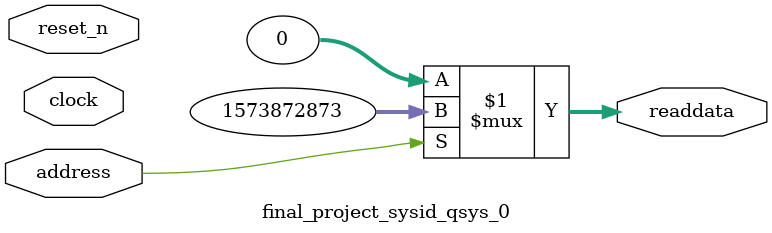
<source format=v>



// synthesis translate_off
`timescale 1ns / 1ps
// synthesis translate_on

// turn off superfluous verilog processor warnings 
// altera message_level Level1 
// altera message_off 10034 10035 10036 10037 10230 10240 10030 

module final_project_sysid_qsys_0 (
               // inputs:
                address,
                clock,
                reset_n,

               // outputs:
                readdata
             )
;

  output  [ 31: 0] readdata;
  input            address;
  input            clock;
  input            reset_n;

  wire    [ 31: 0] readdata;
  //control_slave, which is an e_avalon_slave
  assign readdata = address ? 1573872873 : 0;

endmodule



</source>
